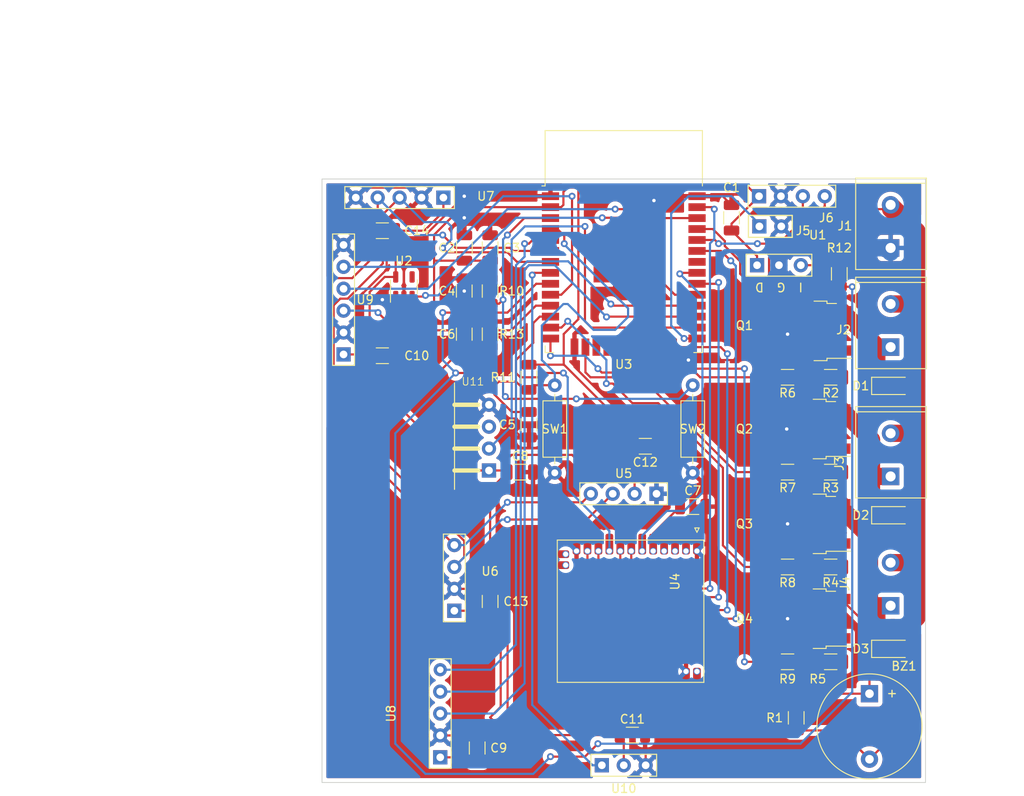
<source format=kicad_pcb>
(kicad_pcb (version 20211014) (generator pcbnew)
  (layers (0 "F.Cu" signal) (31 "B.Cu" signal) (34 "B.Paste" user) (35 "F.Paste" user) (36 "B.SilkS" user "B.Silkscreen") (37 "F.SilkS" user "F.Silkscreen") (38 "B.Mask" user) (39 "F.Mask" user) (44 "Edge.Cuts" user))
  (net 0 "")
  (net 1 "Net-(BZ1-Pad1)")
  (net 2 "+12V")
  (net 3 "Net-(D1-Pad1)")
  (net 4 "Net-(J5-Pad1)")
  (net 5 "GND")
  (net 6 "+3V3")
  (net 7 "Net-(J6-Pad3)")
  (net 8 "Net-(J6-Pad4)")
  (net 9 "PWR_CMD_SENSOR")
  (net 11 "+3.3VP")
  (net 12 "Net-(C4-Pad1)")
  (net 13 "SWITCH_SIG")
  (net 14 "GPS_PPS_CLOCK_REF")
  (net 15 "DISPLAY_SDA")
  (net 16 "DISPLAY_SCL")
  (net 17 "SOIL_AOUT")
  (net 18 "EXT_PWR_VOLT")
  (net 19 "MIC_LRCL")
  (net 20 "MIC_BCLK")
  (net 21 "LORA_NSS")
  (net 22 "PWR_CMD_PUMP")
  (net 23 "PWR_CMD_LED1")
  (net 24 "PWR_CMD_LED2")
  (net 31 "PWR_CMD_BUZZER")
  (net 32 "LORA_DIO0")
  (net 33 "DHT11HUMIDITY_DATA")
  (net 34 "Net-(U3-Pad27)")
  (net 35 "Net-(U3-Pad28)")
  (net 36 "LORA_SCK")
  (net 37 "LORA_MISO")
  (net 39 "LORA_RST")
  (net 40 "MIC_DOUT")
  (net 41 "LORA_MOSI")
  (net 43 "LORA_DIO5")
  (net 44 "LORA_DIO4")
  (net 45 "LORA_DIO1")
  (net 46 "LORA_DIO2")
  (net 47 "LORA_DIO3")
  (net 49 "Net-(D2-Pad1)")
  (net 50 "Net-(D3-Pad1)")
  (net 51 "Net-(Q1-Pad1)")
  (net 52 "Net-(Q2-Pad1)")
  (net 53 "Net-(Q3-Pad1)")
  (net 54 "Net-(Q4-Pad1)")
  (footprint "Resistor_SMD:R_1206_3216Metric" (layer "F.Cu") (at 159 56 180)
    (fp_text reference "R2")
    (fp_text value "10K")
  )
  (footprint "Capacitor_SMD:C_1206_3216Metric" (layer "F.Cu") (at 107 39 180)
    (fp_text reference "C14")
    (fp_text value "100nF")
  )
  (footprint "OPL_Connector:H4-2.54" (layer "F.Cu") (at 154.5 35 180)
    (fp_text reference "J6")
    (fp_text value "DIP-BLACK-MALE-HEADER-VERT_4P-2.54_")
  )
  (footprint "Resistor_SMD:R_1206_3216Metric" (layer "F.Cu") (at 154 78 180)
    (fp_text reference "R8")
    (fp_text value "10R")
  )
  (footprint "Buzzer_Beeper:Buzzer_12x9.5RM7.6" (layer "F.Cu") (at 163.5 92.7 -90)
    (fp_text reference "BZ1")
    (fp_text value "Buzzer")
  )
  (footprint "Resistor_SMD:R_1206_3216Metric" (layer "F.Cu") (at 119.5 51 90)
    (fp_text reference "R13")
    (fp_text value "100K")
  )
  (footprint "PlantSensor:Buck" (layer "F.Cu") (at 153 43 180)
    (fp_text reference "U1")
    (fp_text value "BuckConverter")
  )
  (footprint "Diode_SMD:D_SOD-123" (layer "F.Cu") (at 166 87.5)
    (fp_text reference "D3")
    (fp_text value "DIODE")
  )
  (footprint "Diode_SMD:D_SOD-123" (layer "F.Cu") (at 166 57)
    (fp_text reference "D1")
    (fp_text value "DIODE")
  )
  (footprint "Resistor_THT:R_Axial_DIN0207_L6.3mm_D2.5mm_P10.16mm_Horizontal" (layer "F.Cu") (at 127 67.08 90)
    (fp_text reference "SW1")
    (fp_text value "SW_Reed")
  )
  (footprint "Capacitor_SMD:C_1206_3216Metric" (layer "F.Cu") (at 147.5 37.5 90)
    (fp_text reference "C1")
    (fp_text value "10uF")
  )
  (footprint "Capacitor_SMD:C_1206_3216Metric" (layer "F.Cu") (at 137.5 64 180)
    (fp_text reference "C12")
    (fp_text value "100nF")
  )
  (footprint "Capacitor_SMD:C_1206_3216Metric" (layer "F.Cu") (at 118 99 90)
    (fp_text reference "C9")
    (fp_text value "100nF")
  )
  (footprint "OPL_Connector:H2-5.0-10.5X8.0MM" (layer "F.Cu") (at 166 65 90)
    (fp_text reference "J3")
    (fp_text value "SCREW-TERMINAL-GREEN_2P-5.0_")
  )
  (footprint "Capacitor_SMD:C_1206_3216Metric" (layer "F.Cu") (at 116.515 41 90)
    (fp_text reference "C2")
    (fp_text value "10uF")
  )
  (footprint "Capacitor_SMD:C_1206_3216Metric" (layer "F.Cu") (at 119.5 41 90)
    (fp_text reference "C3")
    (fp_text value "100nF")
  )
  (footprint "PlantSensor:BMP280Module" (layer "F.Cu") (at 115.35 79.27 -90)
    (fp_text reference "U6")
    (fp_text value "BMP280Module")
  )
  (footprint "Resistor_SMD:R_1206_3216Metric" (layer "F.Cu") (at 160 44 -90)
    (fp_text reference "R12")
    (fp_text value "1M")
  )
  (footprint "PlantSensor:Display" (layer "F.Cu") (at 134.9875 69.51)
    (fp_text reference "U5")
    (fp_text value "I2C_Display")
  )
  (footprint "Package_TO_SOT_SMD:TO-252-2" (layer "F.Cu") (at 156 62 180)
    (fp_text reference "Q2")
    (fp_text value "N-Channel_30-V_MOSFET")
  )
  (footprint "Resistor_SMD:R_1206_3216Metric" (layer "F.Cu") (at 154 56 180)
    (fp_text reference "R6")
    (fp_text value "10R")
  )
  (footprint "PlantSensor:GPS" (layer "F.Cu") (at 113.715 96.27 -90)
    (fp_text reference "U8")
    (fp_text value "GPS_NEO-M8N_module")
  )
  (footprint "Resistor_SMD:R_1206_3216Metric" (layer "F.Cu") (at 155 95.5 90)
    (fp_text reference "R1")
    (fp_text value "1K")
  )
  (footprint "Capacitor_SMD:C_1206_3216Metric" (layer "F.Cu") (at 123 67)
    (fp_text reference "C8")
    (fp_text value "100nF")
  )
  (footprint "Package_TO_SOT_SMD:TO-252-2" (layer "F.Cu") (at 156 84 180)
    (fp_text reference "Q4")
    (fp_text value "N-Channel_30-V_MOSFET")
  )
  (footprint "Package_TO_SOT_SMD:TO-252-2" (layer "F.Cu") (at 156 73 180)
    (fp_text reference "Q3")
    (fp_text value "N-Channel_30-V_MOSFET")
  )
  (footprint "Capacitor_SMD:C_1206_3216Metric" (layer "F.Cu") (at 124 61.5 -90)
    (fp_text reference "C5")
    (fp_text value "10uF")
  )
  (footprint "Resistor_SMD:R_1206_3216Metric" (layer "F.Cu") (at 159 89 180)
    (fp_text reference "R5")
    (fp_text value "10K")
  )
  (footprint "RF_Module:ESP32-WROOM-32" (layer "F.Cu") (at 135 43.25)
    (fp_text reference "U3")
    (fp_text value "ESP32-WROOM-32")
  )
  (footprint "Package_TO_SOT_SMD:TO-252-2" (layer "F.Cu") (at 156.1 50.62 180)
    (fp_text reference "Q1")
    (fp_text value "N-Channel_30-V_MOSFET")
  )
  (footprint "Resistor_THT:R_Axial_DIN0207_L6.3mm_D2.5mm_P10.16mm_Horizontal" (layer "F.Cu") (at 143 67.08 90)
    (fp_text reference "SW2")
    (fp_text value "SW_Reed")
  )
  (footprint "Capacitor_SMD:C_1206_3216Metric" (layer "F.Cu") (at 116.5 46 90)
    (fp_text reference "C4")
    (fp_text value "10uF")
  )
  (footprint "Capacitor_SMD:C_1206_3216Metric" (layer "F.Cu") (at 136 97.5)
    (fp_text reference "C11")
    (fp_text value "100nF")
  )
  (footprint "OPL_Sensor-Transducer:SNR4-2.54-15.5X12.0X5.5MM" (layer "F.Cu") (at 107.62002 63 180)
    (fp_text reference "U11")
    (fp_text value "TEM-HUM-DHT11_4P-15.5X12.0MM_")
  )
  (footprint "Resistor_SMD:R_1206_3216Metric" (layer "F.Cu") (at 119.5 46 -90)
    (fp_text reference "R10")
    (fp_text value "1K")
  )
  (footprint "PlantSensor:BH1750" (layer "F.Cu") (at 107.73 35.16)
    (fp_text reference "U7")
    (fp_text value "GY-302_BH1750")
  )
  (footprint "OPL_Connector:H2-5.0-10.5X8.0MM" (layer "F.Cu") (at 166 80 90)
    (fp_text reference "J4")
    (fp_text value "SCREW-TERMINAL-GREEN_2P-5.0_")
  )
  (footprint "OPL_Connector:H2-5.0-10.5X8.0MM" (layer "F.Cu") (at 166 50 90)
    (fp_text reference "J2")
    (fp_text value "SCREW-TERMINAL-GREEN_2P-5.0_")
  )
  (footprint "Capacitor_SMD:C_1206_3216Metric" (layer "F.Cu") (at 107 53.5)
    (fp_text reference "C10")
    (fp_text value "100nF")
  )
  (footprint "Capacitor_SMD:C_1206_3216Metric" (layer "F.Cu") (at 143 71)
    (fp_text reference "C7")
    (fp_text value "100nF")
  )
  (footprint "OPL_Connector:H3-2.54" (layer "F.Cu") (at 135 101 180)
    (fp_text reference "U10")
    (fp_text value "Capacitive_Soil_Moisture")
  )
  (footprint "PlantSensor:MicrophoneSPH0645" (layer "F.Cu") (at 102.5 47 -90)
    (fp_text reference "U9")
    (fp_text value "SPH0645Module")
  )
  (footprint "Package_TO_SOT_SMD:SOT-23-5" (layer "F.Cu") (at 109.5 45.5 90)
    (fp_text reference "U2")
    (fp_text value "MIC5219-3.3YM5")
  )
  (footprint "OPL_Connector:H2-5.0-10.5X8.0MM" (layer "F.Cu") (at 166 38.5 90)
    (fp_text reference "J1")
    (fp_text value "SCREW-TERMINAL-GREEN_2P-5.0_")
  )
  (footprint "Capacitor_SMD:C_1206_3216Metric" (layer "F.Cu") (at 116.5 51 90)
    (fp_text reference "C6")
    (fp_text value "10uF")
  )
  (footprint "Capacitor_SMD:C_1206_3216Metric" (layer "F.Cu") (at 119.5 82 90)
    (fp_text reference "C13")
    (fp_text value "100nF")
  )
  (footprint "Resistor_SMD:R_1206_3216Metric" (layer "F.Cu") (at 124 56 -90)
    (fp_text reference "R11")
    (fp_text value "1K")
  )
  (footprint "Diode_SMD:D_SOD-123" (layer "F.Cu") (at 166 72)
    (fp_text reference "D2")
    (fp_text value "DIODE")
  )
  (footprint "Resistor_SMD:R_1206_3216Metric" (layer "F.Cu") (at 159 67 180)
    (fp_text reference "R3")
    (fp_text value "10K")
  )
  (footprint "Resistor_SMD:R_1206_3216Metric" (layer "F.Cu") (at 154 67 180)
    (fp_text reference "R7")
    (fp_text value "10R")
  )
  (footprint "Resistor_SMD:R_1206_3216Metric" (layer "F.Cu") (at 154 89 180)
    (fp_text reference "R9")
    (fp_text value "10R")
  )
  (footprint "Misc RF:XL1278-SMT" (layer "F.Cu") (at 143.49 76.149 -90)
    (fp_text reference "U4")
    (fp_text value "XL1278-SMT")
  )
  (footprint "Resistor_SMD:R_1206_3216Metric" (layer "F.Cu") (at 159 78 180)
    (fp_text reference "R4")
    (fp_text value "10K")
  )
  (footprint "OPL_Connector:H2-2.54" (layer "F.Cu") (at 152 38.5)
    (fp_text reference "J5")
    (fp_text value "DIP-BLACK-MALE-HEADER-VERT_2P-2.54_")
  )
  (gr_rect (start 100 33) (end 170 103) (layer "Edge.Cuts") (width 0.1) (fill none))
  (segment (start 158.8 92.7) (end 158.5 93) (width 0.25) (layer "F.Cu") (net 1))
  (segment (start 163.5 92.7) (end 163.5 90) (width 0.25) (layer "F.Cu") (net 1))
  (segment (start 155 94.0375) (end 157.4625 94.0375) (width 0.25) (layer "F.Cu") (net 1))
  (segment (start 163.5 90) (end 163 89.5) (width 0.25) (layer "F.Cu") (net 1))
  (segment (start 157.4625 94.0375) (end 158.5 93) (width 0.25) (layer "F.Cu") (net 1))
  (segment (start 163.5 92.7) (end 158.8 92.7) (width 0.25) (layer "F.Cu") (net 1))
  (segment (start 163 84.52) (end 160.2 81.72) (width 0.25) (layer "F.Cu") (net 1))
  (segment (start 163 89.5) (end 163 84.52) (width 0.25) (layer "F.Cu") (net 1))
  (segment (start 168 47.5) (end 168 40) (width 0.25) (layer "F.Cu") (net 2))
  (segment (start 168 95.8) (end 168 94.8) (width 0.25) (layer "F.Cu") (net 2))
  (segment (start 168 94.8) (end 168 69.5) (width 0.25) (layer "F.Cu") (net 2))
  (segment (start 162 36.5) (end 160 38.5) (width 0.25) (layer "F.Cu") (net 2))
  (segment (start 163 99.8) (end 160.1625 96.9625) (width 0.25) (layer "F.Cu") (net 2))
  (segment (start 169 63) (end 169 72) (width 2) (layer "F.Cu") (net 2))
  (segment (start 167.65 85.231022) (end 167.65 87.5) (width 2) (layer "F.Cu") (net 2))
  (segment (start 165.95 77.5) (end 169 77.5) (width 2) (layer "F.Cu") (net 2))
  (segment (start 167.65 72) (end 169 72) (width 2) (layer "F.Cu") (net 2))
  (segment (start 163.5 100.3) (end 168 95.8) (width 0.25) (layer "F.Cu") (net 2))
  (segment (start 167.65 57) (end 169 57) (width 2) (layer "F.Cu") (net 2))
  (segment (start 165.95 36.5) (end 162 36.5) (width 0.25) (layer "F.Cu") (net 2))
  (segment (start 169 77.5) (end 169 83.881022) (width 2) (layer "F.Cu") (net 2))
  (segment (start 160 42.5375) (end 158.4625 42.5375) (width 0.25) (layer "F.Cu") (net 2))
  (segment (start 168.5 47.5) (end 169 47) (width 2) (layer "F.Cu") (net 2))
  (segment (start 169 72) (end 169 77.5) (width 2) (layer "F.Cu") (net 2))
  (segment (start 168.5 62.5) (end 169 63) (width 2) (layer "F.Cu") (net 2))
  (segment (start 169 47) (end 169 57) (width 2) (layer "F.Cu") (net 2))
  (segment (start 168 69.5) (end 168 58.5) (width 0.25) (layer "F.Cu") (net 2))
  (segment (start 158.4625 42.5375) (end 158 43) (width 0.25) (layer "F.Cu") (net 2))
  (segment (start 165.95 37.95) (end 165.95 36.5) (width 0.25) (layer "F.Cu") (net 2))
  (segment (start 165.95 47.5) (end 168.5 47.5) (width 2) (layer "F.Cu") (net 2))
  (segment (start 168 40) (end 165.95 37.95) (width 0.25) (layer "F.Cu") (net 2))
  (segment (start 158 43) (end 155.54 43) (width 0.25) (layer "F.Cu") (net 2))
  (segment (start 168 58.5) (end 168 47.5) (width 0.25) (layer "F.Cu") (net 2))
  (segment (start 160.1625 96.9625) (end 155 96.9625) (width 0.25) (layer "F.Cu") (net 2))
  (segment (start 169 39.05) (end 169 39.55) (width 2) (layer "F.Cu") (net 2))
  (segment (start 169 39.55) (end 169 47) (width 2) (layer "F.Cu") (net 2))
  (segment (start 169 57) (end 169 63) (width 2) (layer "F.Cu") (net 2))
  (segment (start 165.95 36) (end 169 39.05) (width 2) (layer "F.Cu") (net 2))
  (segment (start 165.95 47.5) (end 168 47.5) (width 0.25) (layer "F.Cu") (net 2))
  (segment (start 169 83.881022) (end 167.65 85.231022) (width 2) (layer "F.Cu") (net 2))
  (segment (start 165.95 62.5) (end 168.5 62.5) (width 2) (layer "F.Cu") (net 2))
  (segment (start 163.5 100.3) (end 160.1625 96.9625) (width 0.25) (layer "F.Cu") (net 2))
  (segment (start 160 38.5) (end 160 42.5375) (width 0.25) (layer "F.Cu") (net 2))
  (segment (start 165.95 36.5) (end 169 39.55) (width 2) (layer "F.Cu") (net 2))
  (segment (start 164.35 52.61) (end 164.46 52.5) (width 2) (layer "F.Cu") (net 3))
  (segment (start 165.95 52.5) (end 164.46 52.5) (width 2) (layer "F.Cu") (net 3))
  (segment (start 164.46 52.5) (end 160.3 48.34) (width 2) (layer "F.Cu") (net 3))
  (segment (start 164.35 57) (end 164.35 52.61) (width 2) (layer "F.Cu") (net 3))
  (segment (start 143.495 51.5) (end 143.5 51.505) (width 0.25) (layer "F.Cu") (net 4))
  (segment (start 142 51.5) (end 143.495 51.5) (width 0.25) (layer "F.Cu") (net 4))
  (via (at 142 51.5) (size 0.8) (drill 0.4) (layers "F.Cu" "B.Cu") (net 4))
  (segment (start 150.73 38) (end 150.5 38) (width 0.25) (layer "B.Cu") (net 4))
  (segment (start 142.5 35) (end 140.5 37) (width 0.25) (layer "B.Cu") (net 4))
  (segment (start 147.5 35) (end 142.5 35) (width 0.25) (layer "B.Cu") (net 4))
  (segment (start 140.5 50) (end 142 51.5) (width 0.25) (layer "B.Cu") (net 4))
  (segment (start 147.5 35) (end 150.5 38) (width 0.25) (layer "B.Cu") (net 4))
  (segment (start 140.5 37) (end 140.5 50) (width 0.25) (layer "B.Cu") (net 4))
  (segment (start 105.08 34) (end 110.5 34) (width 0.25) (layer "F.Cu") (net 5))
  (segment (start 119.4875 49.525) (end 119.5 49.5375) (width 0.25) (layer "F.Cu") (net 5))
  (segment (start 123.15252 62.975) (end 124 62.975) (width 0.25) (layer "F.Cu") (net 5))
  (segment (start 129.285 52.505) (end 129.285 54.785) (width 0.25) (layer "F.Cu") (net 5))
  (segment (start 115.35 80.54) (end 119.485 80.54) (width 0.25) (layer "F.Cu") (net 5))
  (segment (start 138.7975 69.51) (end 138.7975 64.1775) (width 0.25) (layer "F.Cu") (net 5))
  (segment (start 103.92 35.16) (end 105.08 34) (width 0.25) (layer "F.Cu") (net 5))
  (segment (start 149.5 47.5) (end 151 46) (width 0.25) (layer "F.Cu") (net 5))
  (segment (start 149.5 52.5) (end 149.5 47.5) (width 0.25) (layer "F.Cu") (net 5))
  (segment (start 143.5 34.995) (end 139.005 34.995) (width 0.25) (layer "F.Cu") (net 5))
  (segment (start 154.5 45) (end 154.5 44.5) (width 0.25) (layer "F.Cu") (net 5))
  (segment (start 110.5 34.12) (end 111.54 35.16) (width 0.25) (layer "F.Cu") (net 5))
  (segment (start 105.525 36.765) (end 105.525 39) (width 0.25) (layer "F.Cu") (net 5))
  (segment (start 104.15 39) (end 102.5 40.65) (width 0.25) (layer "F.Cu") (net 5))
  (segment (start 109.5 42) (end 109.5 46.6375) (width 0.25) (layer "F.Cu") (net 5))
  (segment (start 110.5 34) (end 110.5 34.12) (width 0.25) (layer "F.Cu") (net 5))
  (segment (start 119.485 80.54) (end 119.5 80.525) (width 0.25) (layer "F.Cu") (net 5))
  (segment (start 116.5 44.525) (end 116.5 46) (width 0.25) (layer "F.Cu") (net 5))
  (segment (start 154.5 44.5) (end 153 43) (width 0.25) (layer "F.Cu") (net 5))
  (segment (start 118 97.525) (end 117.985 97.54) (width 0.25) (layer "F.Cu") (net 5))
  (segment (start 135.5 61) (end 139 61) (width 0.25) (layer "F.Cu") (net 5))
  (segment (start 116.5 49.525) (end 119.4875 49.525) (width 0.25) (layer "F.Cu") (net 5))
  (segment (start 142.5 54) (end 148 54) (width 0.25) (layer "F.Cu") (net 5))
  (segment (start 139.005 34.995) (end 138.5 35.5) (width 0.25) (layer "F.Cu") (net 5))
  (segment (start 126.5 34.995) (end 117.995 34.995) (width 0.25) (layer "F.Cu") (net 5))
  (segment (start 157.5375 87.6375) (end 153.9 84) (width 0.25) (layer "F.Cu") (net 5))
  (segment (start 117 34.5) (end 109.5 42) (width 0.25) (layer "F.Cu") (net 5))
  (segment (start 148 54) (end 149.5 52.5) (width 0.25) (layer "F.Cu") (net 5))
  (segment (start 153.5 46) (end 154.5 45) (width 0.25) (layer "F.Cu") (net 5))
  (segment (start 129.285 54.785) (end 135.5 61) (width 0.25) (layer "F.Cu") (net 5))
  (segment (start 115 51) (end 121 51) (width 0.25) (layer "F.Cu") (net 5))
  (segment (start 107.5 38.187507) (end 108.187507 37.5) (width 0.25) (layer "F.Cu") (net 5))
  (segment (start 117.5 34.5) (end 117 34.5) (width 0.25) (layer "F.Cu") (net 5))
  (segment (start 151 46) (end 153.5 46) (width 0.25) (layer "F.Cu") (net 5))
  (segment (start 112.5 53.5) (end 115 51) (width 0.25) (layer "F.Cu") (net 5))
  (segment (start 104.5 46.5) (end 107.5 43.5) (width 0.25) (layer "F.Cu") (net 5))
  (segment (start 139 61) (end 144 66) (width 0.25) (layer "F.Cu") (net 5))
  (segment (start 117.995 34.995) (end 117.5 34.5) (width 0.25) (layer "F.Cu") (net 5))
  (segment (start 144 66) (end 144 66.08) (width 0.25) (layer "F.Cu") (net 5))
  (segment (start 122 52.5) (end 121.5 53) (width 0.25) (layer "F.Cu") (net 5))
  (segment (start 137.54 101) (end 137.54 97.565) (width 0.25) (layer "F.Cu") (net 5))
  (segment (start 108.475 53.5) (end 112.5 53.5) (width 0.25) (layer "F.Cu") (net 5))
  (segment (start 103.92 35.16) (end 105.525 36.765) (width 0.25) (layer "F.Cu") (net 5))
  (segment (start 117.985 97.54) (end 113.715 97.54) (width 0.25) (layer "F.Cu") (net 5))
  (segment (start 146.47 34.995) (end 143.5 34.995) (width 0.25) (layer "F.Cu") (net 5))
  (segment (start 116.515 39.525) (end 116.515 37.515) (width 0.25) (layer "F.Cu") (net 5))
  (segment (start 116.515 37.515) (end 116.5 37.5) (width 0.25) (layer "F.Cu") (net 5))
  (segment (start 119.36752 59.19) (end 123.15252 62.975) (width 0.25) (layer "F.Cu") (net 5))
  (segment (start 121 51) (end 122 52) (width 0.25) (layer "F.Cu") (net 5))
  (segment (start 122 52) (end 122 52.5) (width 0.25) (layer "F.Cu") (net 5))
  (segment (start 144 66.08) (end 143 67.08) (width 0.25) (layer "F.Cu") (net 5))
  (segment (start 137.54 97.565) (end 137.475 97.5) (width 0.25) (layer "F.Cu") (net 5))
  (segment (start 109.2 37.5) (end 111.54 35.16) (width 0.25) (layer "F.Cu") (net 5))
  (segment (start 102.5 50.81) (end 104.5 48.81) (width 0.25) (layer "F.Cu") (net 5))
  (segment (start 108.187507 37.5) (end 109.2 37.5) (width 0.25) (layer "F.Cu") (net 5))
  (segment (start 157.5375 89) (end 157.5375 87.6375) (width 0.25) (layer "F.Cu") (net 5))
  (segment (start 147.5 36.025) (end 146.47 34.995) (width 0.25) (layer "F.Cu") (net 5))
  (segment (start 105.525 39) (end 104.15 39) (width 0.25) (layer "F.Cu") (net 5))
  (segment (start 138.7975 64.1775) (end 138.975 64) (width 0.25) (layer "F.Cu") (net 5))
  (segment (start 104.5 48.81) (end 104.5 46.5) (width 0.25) (layer "F.Cu") (net 5))
  (segment (start 107.5 43.5) (end 107.5 38.187507) (width 0.25) (layer "F.Cu") (net 5))
  (via (at 116.5 35) (size 0.8) (drill 0.4) (layers "F.Cu" "B.Cu") (net 5))
  (via (at 138.5 35.5) (size 0.8) (drill 0.4) (layers "F.Cu" "B.Cu") (net 5))
  (via (at 154 84) (size 0.8) (drill 0.4) (layers "F.Cu" "B.Cu") (net 5))
  (via (at 153.9 62) (size 0.8) (drill 0.4) (layers "F.Cu" "B.Cu") (net 5))
  (via (at 154 51) (size 0.8) (drill 0.4) (layers "F.Cu" "B.Cu") (net 5))
  (via (at 107 47) (size 0.8) (drill 0.4) (layers "F.Cu" "B.Cu") (net 5))
  (via (at 116.5 37.5) (size 0.8) (drill 0.4) (layers "F.Cu" "B.Cu") (net 5))
  (via (at 116.5 46) (size 0.8) (drill 0.4) (layers "F.Cu" "B.Cu") (net 5))
  (via (at 154 73) (size 0.8) (drill 0.4) (layers "F.Cu" "B.Cu") (net 5))
  (via (at 142.5 54) (size 0.8) (drill 0.4) (layers "F.Cu" "B.Cu") (net 5))
  (segment (start 116.5 46) (end 115 47.5) (width 0.25) (layer "B.Cu") (net 5))
  (segment (start 107.5 47.5) (end 107 47) (width 0.25) (layer "B.Cu") (net 5))
  (segment (start 154 73) (end 154 84) (width 2) (layer "B.Cu") (net 5))
  (segment (start 115 47.5) (end 113 47.5) (width 0.25) (layer "B.Cu") (net 5))
  (segment (start 138.5 35.5) (end 138.5 50.5) (width 0.25) (layer "B.Cu") (net 5))
  (segment (start 140.57 69.51) (end 143 67.08) (width 0.25) (layer "B.Cu") (net 5))
  (segment (start 153.9 72.9) (end 154 73) (width 2) (layer "B.Cu") (net 5))
  (segment (start 153 43) (end 153 50) (width 2) (layer "B.Cu") (net 5))
  (segment (start 138.5 50.5) (end 142 54) (width 0.25) (layer "B.Cu") (net 5))
  (segment (start 113 47.5) (end 107.5 47.5) (width 0.25) (layer "B.Cu") (net 5))
  (segment (start 165.424989 40.974989) (end 153.025011 40.974989) (width 2) (layer "B.Cu") (net 5))
  (segment (start 138.7975 69.51) (end 140.57 69.51) (width 0.25) (layer "B.Cu") (net 5))
  (segment (start 154 51) (end 154 61.9) (width 2) (layer "B.Cu") (net 5))
  (segment (start 142 54) (end 142.5 54) (width 0.25) (layer "B.Cu") (net 5))
  (segment (start 165.95 41.5) (end 165.424989 40.974989) (width 2) (layer "B.Cu") (net 5))
  (segment (start 116.5 37.5) (end 116.5 35) (width 0.25) (layer "B.Cu") (net 5))
  (segment (start 153 41) (end 153 43) (width 2) (layer "B.Cu") (net 5))
  (segment (start 153.9 62) (end 153.9 72.9) (width 2) (layer "B.Cu") (net 5))
  (segment (start 153 50) (end 154 51) (width 2) (layer "B.Cu") (net 5))
  (segment (start 153.025011 40.974989) (end 153 41) (width 2) (layer "B.Cu") (net 5))
  (segment (start 154 61.9) (end 153.9 62) (width 2) (layer "B.Cu") (net 5))
  (segment (start 141.525 71) (end 138.41 74.115) (width 0.25) (layer "F.Cu") (net 6))
  (segment (start 116.2104 36.265) (end 126.5 36.265) (width 0.25) (layer "F.Cu") (net 6))
  (segment (start 112 49) (end 113 48) (width 0.25) (layer "F.Cu") (net 6))
  (segment (start 128.0375 54.5375) (end 128.0621 54.5375) (width 0.25) (layer "F.Cu") (net 6))
  (segment (start 139.525 62.160704) (end 141.525 64.160704) (width 0.25) (layer "F.Cu") (net 6))
  (segment (start 113 48) (end 113 39.4754) (width 0.25) (layer "F.Cu") (net 6))
  (segment (start 129.735 34.235) (end 129.735 49.265) (width 0.25) (layer "F.Cu") (net 6))
  (segment (start 128 34.5) (end 128.5 34) (width 0.25) (layer "F.Cu") (net 6))
  (segment (start 109.5 49) (end 112 49) (width 0.25) (layer "F.Cu") (net 6))
  (segment (start 113 39.4754) (end 116.2104 36.265) (width 0.25) (layer "F.Cu") (net 6))
  (segment (start 129.5 34) (end 130 34) (width 0.25) (layer "F.Cu") (net 6))
  (segment (start 129.735 34.235) (end 129.97 34) (width 0.25) (layer "F.Cu") (net 6))
  (segment (start 108.55 46.6375) (end 108.55 48.05) (width 0.25) (layer "F.Cu") (net 6))
  (segment (start 128.5 34) (end 129.5 34) (width 0.25) (layer "F.Cu") (net 6))
  (segment (start 126.5 36.265) (end 127.735 36.265) (width 0.25) (layer "F.Cu") (net 6))
  (segment (start 129.224501 49.775499) (end 129.224501 49.800099) (width 0.25) (layer "F.Cu") (net 6))
  (segment (start 147.5 38.19) (end 147.5 38.975) (width 0.25) (layer "F.Cu") (net 6))
  (segment (start 129.5 34) (end 129.735 34.235) (width 0.25) (layer "F.Cu") (net 6))
  (segment (start 128.0375 54.5375) (end 124 54.5375) (width 0.25) (layer "F.Cu") (net 6))
  (segment (start 150.69 35) (end 150.5 35) (width 0.25) (layer "F.Cu") (net 6))
  (segment (start 127.735 36.265) (end 128 36) (width 0.25) (layer "F.Cu") (net 6))
  (segment (start 119.5 42.475) (end 119.5 44.5375) (width 0.25) (layer "F.Cu") (net 6))
  (segment (start 150.46 43) (end 150.46 41.935) (width 0.25) (layer "F.Cu") (net 6))
  (segment (start 130 34) (end 149.5 34) (width 0.25) (layer "F.Cu") (net 6))
  (segment (start 150.69 35) (end 147.5 38.19) (width 0.25) (layer "F.Cu") (net 6))
  (segment (start 138.41 74.115) (end 138.41 75.349) (width 0.25) (layer "F.Cu") (net 6))
  (segment (start 128.0375 50.9871) (end 128.0375 54.5375) (width 0.25) (layer "F.Cu") (net 6))
  (segment (start 150.46 41.935) (end 147.5 38.975) (width 0.25) (layer "F.Cu") (net 6))
  (segment (start 113.025 42.475) (end 119.5 42.475) (width 0.25) (layer "F.Cu") (net 6))
  (segment (start 141.525 64.160704) (end 141.525 71) (width 0.25) (layer "F.Cu") (net 6))
  (segment (start 128 36) (end 128 34.5) (width 0.25) (layer "F.Cu") (net 6))
  (segment (start 129.224501 49.800099) (end 128.0375 50.9871) (width 0.25) (layer "F.Cu") (net 6))
  (segment (start 128.0621 54.5375) (end 135.685304 62.160704) (width 0.25) (layer "F.Cu") (net 6))
  (segment (start 129.735 49.265) (end 129.224501 49.775499) (width 0.25) (layer "F.Cu") (net 6))
  (segment (start 150.5 35) (end 149.5 34) (width 0.25) (layer "F.Cu") (net 6))
  (segment (start 108.55 48.05) (end 109.5 49) (width 0.25) (layer "F.Cu") (net 6))
  (segment (start 135.685304 62.160704) (end 139.525 62.160704) (width 0.25) (layer "F.Cu") (net 6))
  (segment (start 155.77 35) (end 155.77 37.73) (width 0.25) (layer "F.Cu") (net 7))
  (segment (start 155.77 37.73) (end 153 40.5) (width 0.25) (layer "F.Cu") (net 7))
  (segment (start 146 40.5) (end 145.575 40.075) (width 0.25) (layer "F.Cu") (net 7))
  (segment (start 145.575 40.075) (end 143.5 40.075) (width 0.25) (layer "F.Cu") (net 7))
  (segment (start 153 40.5) (end 150.5 40.5) (width 0.25) (layer "F.Cu") (net 7))
  (via (at 150.5 40.5) (size 0.8) (drill 0.4) (layers "F.Cu" "B.Cu") (net 7))
  (via (at 146 40.5) (size 0.8) (drill 0.4) (layers "F.Cu" "B.Cu") (net 7))
  (segment (start 150.5 40.5) (end 146 40.5) (width 0.25) (layer "B.Cu") (net 7))
  (segment (start 151.849989 42.150011) (end 153.05049 40.94951) (width 0.25) (layer "F.Cu") (net 8))
  (segment (start 143.5 38.805) (end 145.3296 38.805) (width 0.25) (layer "F.Cu") (net 8))
  (segment (start 146.724501 40.779501) (end 148.5 42.555) (width 0.25) (layer "F.Cu") (net 8))
  (segment (start 148.5 44) (end 149.5 45) (width 0.25) (layer "F.Cu") (net 8))
  (segment (start 153.527923 40.94951) (end 158.31 36.167433) (width 0.25) (layer "F.Cu") (net 8))
  (segment (start 149.5 45) (end 151.5 45) (width 0.25) (layer "F.Cu") (net 8))
  (segment (start 148.5 42.555) (end 148.5 44) (width 0.25) (layer "F.Cu") (net 8))
  (segment (start 153.05049 40.94951) (end 153.527923 40.94951) (width 0.25) (layer "F.Cu") (net 8))
  (segment (start 151.5 45) (end 151.849989 44.650011) (width 0.25) (layer "F.Cu") (net 8))
  (segment (start 145.3296 38.805) (end 146.724501 40.199901) (width 0.25) (layer "F.Cu") (net 8))
  (segment (start 158.31 36.167433) (end 158.31 35) (width 0.25) (layer "F.Cu") (net 8))
  (segment (start 151.849989 44.650011) (end 151.849989 42.150011) (width 0.25) (layer "F.Cu") (net 8))
  (segment (start 146.724501 40.199901) (end 146.724501 40.779501) (width 0.25) (layer "F.Cu") (net 8))
  (segment (start 138 43.5) (end 140.925 46.425) (width 0.25) (layer "F.Cu") (net 9))
  (segment (start 110.45 46.6375) (end 111.8625 46.6375) (width 0.25) (layer "F.Cu") (net 9))
  (segment (start 140.925 46.425) (end 143.5 46.425) (width 0.25) (layer "F.Cu") (net 9))
  (segment (start 132.5 37.5) (end 135.5 37.5) (width 0.25) (layer "F.Cu") (net 9))
  (segment (start 111.8625 46.6375) (end 112 46.5) (width 0.25) (layer "F.Cu") (net 9))
  (segment (start 138 40) (end 138 43.5) (width 0.25) (layer "F.Cu") (net 9))
  (segment (start 135.5 37.5) (end 138 40) (width 0.25) (layer "F.Cu") (net 9))
  (via (at 132.5 37.5) (size 0.8) (drill 0.4) (layers "F.Cu" "B.Cu") (net 9))
  (via (at 112 46.5) (size 0.8) (drill 0.4) (layers "F.Cu" "B.Cu") (net 9))
  (segment (start 112 46.5) (end 113.4754 46.5) (width 0.25) (layer "B.Cu") (net 9))
  (segment (start 113.4754 46.5) (end 121.199901 38.775499) (width 0.25) (layer "B.Cu") (net 9))
  (segment (start 121.224501 38.775499) (end 122.5 37.5) (width 0.25) (layer "B.Cu") (net 9))
  (segment (start 122.5 37.5) (end 132.5 37.5) (width 0.25) (layer "B.Cu") (net 9))
  (segment (start 121.199901 38.775499) (end 121.224501 38.775499) (width 0.25) (layer "B.Cu") (net 9))
  (segment (start 105.525 53.5) (end 105.375 53.35) (width 0.25) (layer "F.Cu") (net 11))
  (segment (start 135 97.975) (end 134.525 97.5) (width 0.25) (layer "F.Cu") (net 11))
  (segment (start 105.375 53.35) (end 102.5 53.35) (width 0.25) (layer "F.Cu") (net 11))
  (segment (start 130.2425 66.2425) (end 129 65) (width 0.25) (layer "F.Cu") (net 11))
  (segment (start 114.08 35.16) (end 114.08 36.784296) (width 0.25) (layer "F.Cu") (net 11))
  (segment (start 136.2575 66.2425) (end 136.2575 64.2325) (width 0.25) (layer "F.Cu") (net 11))
  (segment (start 119.105 83.08) (end 115.35 83.08) (width 0.25) (layer "F.Cu") (net 11))
  (segment (start 116.31 66.81) (end 119.36752 66.81) (width 0.25) (layer "F.Cu") (net 11))
  (segment (start 136.2575 69.51) (end 136.2575 66.2425) (width 0.25) (layer "F.Cu") (net 11))
  (segment (start 136.2575 66.2425) (end 130.2425 66.2425) (width 0.25) (layer "F.Cu") (net 11))
  (segment (start 108.55 39.075) (end 108.475 39) (width 0.25) (layer "F.Cu") (net 11))
  (segment (start 112.95 56.025) (end 105.525 56.025) (width 0.25) (layer "F.Cu") (net 11))
  (segment (start 120.72452 94.22548) (end 120.72452 79.962027) (width 0.25) (layer "F.Cu") (net 11))
  (segment (start 118.025 100.5) (end 118 100.475) (width 0.25) (layer "F.Cu") (net 11))
  (segment (start 134.525 97.5) (end 121.55 97.5) (width 0.25) (layer "F.Cu") (net 11))
  (segment (start 116.5 52.475) (end 112.95 56.025) (width 0.25) (layer "F.Cu") (net 11))
  (segment (start 119.5 83.475) (end 121.475 83.475) (width 0.25) (layer "F.Cu") (net 11))
  (segment (start 105.525 46.110704) (end 105.525 53.5) (width 0.25) (layer "F.Cu") (net 11))
  (segment (start 120.775499 82.775499) (end 121.525 83.525) (width 0.25) (layer "F.Cu") (net 11))
  (segment (start 108.55 44.3625) (end 107.273204 44.3625) (width 0.25) (layer "F.Cu") (net 11))
  (segment (start 121.5 65.5) (end 121.5 66.975) (width 0.25) (layer "F.Cu") (net 11))
  (segment (start 105.525 56.025) (end 116.31 66.81) (width 0.25) (layer "F.Cu") (net 11))
  (segment (start 121.335 66.81) (end 121.525 67) (width 0.25) (layer "F.Cu") (net 11))
  (segment (start 119.5 95.45) (end 120.72452 94.22548) (width 0.25) (layer "F.Cu") (net 11))
  (segment (start 122 65) (end 121.5 65.5) (width 0.25) (layer "F.Cu") (net 11))
  (segment (start 121.525 98.975) (end 120 100.5) (width 0.25) (layer "F.Cu") (net 11))
  (segment (start 117.605 100.08) (end 113.715 100.08) (width 0.25) (layer "F.Cu") (net 11))
  (segment (start 121.525 97.525) (end 121.525 98.975) (width 0.25) (layer "F.Cu") (net 11))
  (segment (start 108.55 44.3625) (end 108.55 39.075) (width 0.25) (layer "F.Cu") (net 11))
  (segment (start 118 100.475) (end 117.605 100.08) (width 0.25) (layer "F.Cu") (net 11))
  (segment (start 120 100.5) (end 118.025 100.5) (width 0.25) (layer "F.Cu") (net 11))
  (segment (start 119.36752 66.81) (end 121.335 66.81) (width 0.25) (layer "F.Cu") (net 11))
  (segment (start 111.864296 39) (end 108.475 39) (width 0.25) (layer "F.Cu") (net 11))
  (segment (start 136.2575 64.2325) (end 136.025 64) (width 0.25) (layer "F.Cu") (net 11))
  (segment (start 121.525 83.525) (end 121.525 97.525) (width 0.25) (layer "F.Cu") (net 11))
  (segment (start 119.5 78.737507) (end 119.5 69.025) (width 0.25) (layer "F.Cu") (net 11))
  (segment (start 120.72452 79.962027) (end 119.5 78.737507) (width 0.25) (layer "F.Cu") (net 11))
  (segment (start 119.5 83.475) (end 119.105 83.08) (width 0.25) (layer "F.Cu") (net 11))
  (segment (start 135 101) (end 135 97.975) (width 0.25) (layer "F.Cu") (net 11))
  (segment (start 129 65) (end 122 65) (width 0.25) (layer "F.Cu") (net 11))
  (segment (start 121.55 97.5) (end 119.5 95.45) (width 0.25) (layer "F.Cu") (net 11))
  (segment (start 121.55 97.5) (end 121.525 97.525) (width 0.25) (layer "F.Cu") (net 11))
  (segment (start 105.525 53.5) (end 105.525 56.025) (width 0.25) (layer "F.Cu") (net 11))
  (segment (start 107.273204 44.3625) (end 105.525 46.110704) (width 0.25) (layer "F.Cu") (net 11))
  (segment (start 114.08 36.784296) (end 111.864296 39) (width 0.25) (layer "F.Cu") (net 11))
  (segment (start 119.5 69.025) (end 121.525 67) (width 0.25) (layer "F.Cu") (net 11))
  (segment (start 120.5375 47.4625) (end 121 47) (width 0.25) (layer "F.Cu") (net 12))
  (segment (start 119.4875 47.475) (end 119.5 47.4625) (width 0.25) (layer "F.Cu") (net 12))
  (segment (start 121.5 39.5) (end 123.465 37.535) (width 0.25) (layer "F.Cu") (net 12))
  (segment (start 129.5 58.5) (end 121.524598 58.5) (width 0.25) (layer "F.Cu") (net 12))
  (segment (start 123.465 37.535) (end 126.5 37.535) (width 0.25) (layer "F.Cu") (net 12))
  (segment (start 116.5 47.475) (end 119.4875 47.475) (width 0.25) (layer "F.Cu") (net 12))
  (segment (start 121.524598 58.5) (end 121.262299 58.237701) (width 0.25) (layer "F.Cu") (net 12))
  (segment (start 119.5 47.4625) (end 120.5375 47.4625) (width 0.25) (layer "F.Cu") (net 12))
  (via (at 121.262299 58.237701) (size 0.8) (drill 0.4) (layers "F.Cu" "B.Cu") (net 12))
  (via (at 121 47) (size 0.8) (drill 0.4) (layers "F.Cu" "B.Cu") (net 12))
  (via (at 129.5 58.5) (size 0.8) (drill 0.4) (layers "F.Cu" "B.Cu") (net 12))
  (via (at 121.5 39.5) (size 0.8) (drill 0.4) (layers "F.Cu" "B.Cu") (net 12))
  (segment (start 129.5 58.5) (end 141.42 58.5) (width 0.25) (layer "B.Cu") (net 12))
  (segment (start 141.42 58.5) (end 143 56.92) (width 0.25) (layer "B.Cu") (net 12))
  (segment (start 121 57.975402) (end 121.262299 58.237701) (width 0.25) (layer "B.Cu") (net 12))
  (segment (start 121 47) (end 121 40) (width 0.25) (layer "B.Cu") (net 12))
  (segment (start 121 47) (end 121 57.975402) (width 0.25) (layer "B.Cu") (net 12))
  (segment (start 121 40) (end 121.5 39.5) (width 0.25) (layer "B.Cu") (net 12))
  (segment (start 122.025 60.025) (end 120 58) (width 0.25) (layer "F.Cu") (net 13))
  (segment (start 127.305 38.805) (end 128.099502 39.599502) (width 0.25) (layer "F.Cu") (net 13))
  (segment (start 123.4625 57.4625) (end 124 57.4625) (width 0.25) (layer "F.Cu") (net 13))
  (segment (start 124 57.4625) (end 124.5425 56.92) (width 0.25) (layer "F.Cu") (net 13))
  (segment (start 120.5 56.5) (end 122.5 56.5) (width 0.25) (layer "F.Cu") (net 13))
  (segment (start 124 60.025) (end 122.025 60.025) (width 0.25) (layer "F.Cu") (net 13))
  (segment (start 124.5425 56.92) (end 127 56.92) (width 0.25) (layer "F.Cu") (net 13))
  (segment (start 120 57) (end 120.5 56.5) (width 0.25) (layer "F.Cu") (net 13))
  (segment (start 122.5 56.5) (end 123.4625 57.4625) (width 0.25) (layer "F.Cu") (net 13))
  (segment (start 128.099502 39.599502) (end 128.099502 40.5) (width 0.25) (layer "F.Cu") (net 13))
  (segment (start 120 58) (end 120 57) (width 0.25) (layer "F.Cu") (net 13))
  (segment (start 126.5 38.805) (end 127.305 38.805) (width 0.25) (layer "F.Cu") (net 13))
  (via (at 128.099502 40.5) (size 0.8) (drill 0.4) (layers "F.Cu" "B.Cu") (net 13))
  (segment (start 125.5 50) (end 128 47.5) (width 0.25) (layer "B.Cu") (net 13))
  (segment (start 131.5 50.5) (end 134 50.5) (width 0.25) (layer "B.Cu") (net 13))
  (segment (start 134 50.5) (end 135.5 49) (width 0.25) (layer "B.Cu") (net 13))
  (segment (start 128 40.5) (end 128.099502 40.5) (width 0.25) (layer "B.Cu") (net 13))
  (segment (start 127 55.5) (end 125.5 54) (width 0.25) (layer "B.Cu") (net 13))
  (segment (start 128 47.5) (end 128.5 47.5) (width 0.25) (layer "B.Cu") (net 13))
  (segment (start 127 56.92) (end 127 55.5) (width 0.25) (layer "B.Cu") (net 13))
  (segment (start 125.5 54) (end 125.5 50) (width 0.25) (layer "B.Cu") (net 13))
  (segment (start 128.5 47.5) (end 131.5 50.5) (width 0.25) (layer "B.Cu") (net 13))
  (segment (start 135.5 49) (end 135.5 48) (width 0.25) (layer "B.Cu") (net 13))
  (segment (start 135.5 48) (end 128 40.5) (width 0.25) (layer "B.Cu") (net 13))
  (segment (start 124 40.5) (end 123.5 40.5) (width 0.25) (layer "F.Cu") (net 14))
  (segment (start 126.5 40.075) (end 124.425 40.075) (width 0.25) (layer "F.Cu") (net 14))
  (segment (start 124.425 40.075) (end 124 40.5) (width 0.25) (layer "F.Cu") (net 14))
  (via (at 123.5 40.5) (size 0.8) (drill 0.4) (layers "F.Cu" "B.Cu") (net 14))
  (segment (start 122.5 43) (end 122.5 87) (width 0.25) (layer "B.Cu") (net 14))
  (segment (start 122.5 87) (end 119.58 89.92) (width 0.25) (layer "B.Cu") (net 14))
  (segment (start 123.5 42) (end 122.5 43) (width 0.25) (layer "B.Cu") (net 14))
  (segment (start 123.5 40.5) (end 123.5 42) (width 0.25) (layer "B.Cu") (net 14))
  (segment (start 119.58 89.92) (end 113.715 89.92) (width 0.25) (layer "B.Cu") (net 14))
  (segment (start 115.482612 40.982612) (end 114 39.5) (width 0.25) (layer "F.Cu") (net 15))
  (segment (start 106.46 35.16) (end 106.46 41.54) (width 0.25) (layer "F.Cu") (net 15))
  (segment (start 126.5 41.345) (end 122.155 41.345) (width 0.25) (layer "F.Cu") (net 15))
  (segment (start 106.46 41.54) (end 103.5 44.5) (width 0.25) (layer "F.Cu") (net 15))
  (segment (start 121.5 70.5) (end 130.1875 70.5) (width 0.25) (layer "F.Cu") (net 15))
  (segment (start 103.5 44.5) (end 101.5 44.5) (width 0.25) (layer "F.Cu") (net 15))
  (segment (start 121.792612 40.982612) (end 115.482612 40.982612) (width 0.25) (layer "F.Cu") (net 15))
  (segment (start 100.900478 61.010478) (end 115.35 75.46) (width 0.25) (layer "F.Cu") (net 15))
  (segment (start 100.900478 45.099522) (end 100.900478 61.010478) (width 0.25) (layer "F.Cu") (net 15))
  (segment (start 130.1875 70.5) (end 131.1775 69.51) (width 0.25) (layer "F.Cu") (net 15))
  (segment (start 122.155 41.345) (end 121.792612 40.982612) (width 0.25) (layer "F.Cu") (net 15))
  (segment (start 101.5 44.5) (end 100.900478 45.099522) (width 0.25) (layer "F.Cu") (net 15))
  (via (at 114 39.5) (size 0.8) (drill 0.4) (layers "F.Cu" "B.Cu") (net 15))
  (via (at 121.5 70.5) (size 0.8) (drill 0.4) (layers "F.Cu" "B.Cu") (net 15))
  (segment (start 106.46 35.16) (end 110.8 39.5) (width 0.25) (layer "B.Cu") (net 15))
  (segment (start 116.54 75.46) (end 121.5 70.5) (width 0.25) (layer "B.Cu") (net 15))
  (segment (start 115.35 75.46) (end 116.54 75.46) (width 0.25) (layer "B.Cu") (net 15))
  (segment (start 110.8 39.5) (end 114 39.5) (width 0.25) (layer "B.Cu") (net 15))
  (segment (start 115.35 78) (end 116.500011 76.849989) (width 0.25) (layer "F.Cu") (net 16))
  (segment (start 130.7275 72.5) (end 121.5 72.5) (width 0.25) (layer "F.Cu") (net 16))
  (segment (start 133.7175 69.51) (end 130.7275 72.5) (width 0.25) (layer "F.Cu") (net 16))
  (segment (start 122.615 42.615) (end 121.5 41.5) (width 0.25) (layer "F.Cu") (net 16))
  (segment (start 126.5 42.615) (end 122.615 42.615) (width 0.25) (layer "F.Cu") (net 16))
  (segment (start 116.500011 76.849989) (end 116.500011 74.983649) (width 0.25) (layer "F.Cu") (net 16))
  (segment (start 102.119989 46.880011) (end 102.976351 46.880011) (width 0.25) (layer "F.Cu") (net 16))
  (segment (start 116.500011 74.983649) (end 102.016362 60.5) (width 0.25) (layer "F.Cu") (net 16))
  (segment (start 102.976351 46.880011) (end 107.050489 42.805873) (width 0.25) (layer "F.Cu") (net 16))
  (segment (start 107.050489 37.109511) (end 109 35.16) (width 0.25) (layer "F.Cu") (net 16))
  (segment (start 101.349989 47.650011) (end 102.119989 46.880011) (width 0.25) (layer "F.Cu") (net 16))
  (segment (start 101.349989 59.849989) (end 101.349989 47.650011) (width 0.25) (layer "F.Cu") (net 16))
  (segment (start 114.475402 41.5) (end 113.987701 41.012299) (width 0.25) (layer "F.Cu") (net 16))
  (segment (start 102 60.5) (end 101.349989 59.849989) (width 0.25) (layer "F.Cu") (net 16))
  (segment (start 102.016362 60.5) (end 102 60.5) (width 0.25) (layer "F.Cu") (net 16))
  (segment (start 121.5 41.5) (end 114.475402 41.5) (width 0.25) (layer "F.Cu") (net 16))
  (segment (start 107.050489 42.805873) (end 107.050489 37.109511) (width 0.25) (layer "F.Cu") (net 16))
  (via (at 113.987701 41.012299) (size 0.8) (drill 0.4) (layers "F.Cu" "B.Cu") (net 16))
  (via (at 121.5 72.5) (size 0.8) (drill 0.4) (layers "F.Cu" "B.Cu") (net 16))
  (segment (start 121.5 72.5) (end 120.85 72.5) (width 0.25) (layer "B.Cu") (net 16))
  (segment (start 111.84 38) (end 114.5 38) (width 0.25) (layer "B.Cu") (net 16))
  (segment (start 120.85 72.5) (end 115.35 78) (width 0.25) (layer "B.Cu") (net 16))
  (segment (start 115 38.5) (end 115 40) (width 0.25) (layer "B.Cu") (net 16))
  (segment (start 114.5 38) (end 115 38.5) (width 0.25) (layer "B.Cu") (net 16))
  (segment (start 115 40) (end 113.987701 41.012299) (width 0.25) (layer "B.Cu") (net 16))
  (segment (start 109 35.16) (end 111.84 38) (width 0.25) (layer "B.Cu") (net 16))
  (segment (start 124.639598 43.885) (end 124.383243 44.141355) (width 0.25) (layer "F.Cu") (net 17))
  (segment (start 126.5 43.885) (end 124.639598 43.885) (width 0.25) (layer "F.Cu") (net 17))
  (via (at 124.383243 44.141355) (size 0.8) (drill 0.4) (layers "F.Cu" "B.Cu") (net 17))
  (segment (start 132.46 101) (end 131.3845 101) (width 0.25) (layer "B.Cu") (net 17))
  (segment (start 124.383243 93.998743) (end 124.383243 44.141355) (width 0.25) (layer "B.Cu") (net 17))
  (segment (start 131.3845 101) (end 124.383243 93.998743) (width 0.25) (layer "B.Cu") (net 17))
  (segment (start 126.5 100) (end 130.5 100) (width 0.25) (layer "F.Cu") (net 18))
  (segment (start 130.5 100) (end 132 98.5) (width 0.25) (layer "F.Cu") (net 18))
  (segment (start 115.5 55.5) (end 118.5 55.5) (width 0.25) (layer "F.Cu") (net 18))
  (segment (start 161.5 45.5) (end 160.0375 45.5) (width 0.25) (layer "F.Cu") (net 18))
  (segment (start 118.5 55.5) (end 119.5 54.5) (width 0.25) (layer "F.Cu") (net 18))
  (segment (start 160.0375 45.5) (end 160 45.4625) (width 0.25) (layer "F.Cu") (net 18))
  (segment (start 121.5 48.5) (end 124.845 45.155) (width 0.25) (layer "F.Cu") (net 18))
  (segment (start 126.5 45.155) (end 124.845 45.155) (width 0.25) (layer "F.Cu") (net 18))
  (segment (start 121.5 48.5) (end 114 48.5) (width 0.25) (layer "F.Cu") (net 18))
  (segment (start 119.5 54.5) (end 119.5 52.4625) (width 0.25) (layer "F.Cu") (net 18))
  (via (at 132 98.5) (size 0.8) (drill 0.4) (layers "F.Cu" "B.Cu") (net 18))
  (via (at 114 48.5) (size 0.8) (drill 0.4) (layers "F.Cu" "B.Cu") (net 18))
  (via (at 115.5 55.5) (size 0.8) (drill 0.4) (layers "F.Cu" "B.Cu") (net 18))
  (via (at 161.5 45.5) (size 0.8) (drill 0.4) (layers "F.Cu" "B.Cu") (net 18))
  (via (at 126.5 100) (size 0.8) (drill 0.4) (layers "F.Cu" "B.Cu") (net 18))
  (segment (start 112 102) (end 124.5 102) (width 0.25) (layer "B.Cu") (net 18))
  (segment (start 161.5 92.5) (end 161.5 45.5) (width 0.25) (layer "B.Cu") (net 18))
  (segment (start 115.5 55.5) (end 108.5 62.5) (width 0.25) (layer "B.Cu") (net 18))
  (segment (start 108.5 98.5) (end 112 102) (width 0.25) (layer "B.Cu") (net 18))
  (segment (start 132 98.5) (end 155.5 98.5) (width 0.25) (layer "B.Cu") (net 18))
  (segment (start 155.5 98.5) (end 161.5 92.5) (width 0.25) (layer "B.Cu") (net 18))
  (segment (start 108.5 62.5) (end 108.5 98.5) (width 0.25) (layer "B.Cu") (net 18))
  (segment (start 114 54) (end 115.5 55.5) (width 0.25) (layer "B.Cu") (net 18))
  (segment (start 114 48.5) (end 114 54) (width 0.25) (layer "B.Cu") (net 18))
  (segment (start 124.5 102) (end 126.5 100) (width 0.25) (layer "B.Cu") (net 18))
  (segment (start 127.75 46.425) (end 126.5 46.425) (width 0.25) (layer "F.Cu") (net 19))
  (segment (start 129 35) (end 129 45.175) (width 0.25) (layer "F.Cu") (net 19))
  (segment (start 129 45.175) (end 127.75 46.425) (width 0.25) (layer "F.Cu") (net 19))
  (via (at 129 35) (size 0.8) (drill 0.4) (layers "F.Cu" "B.Cu") (net 19))
  (segment (start 112.8346 43.19) (end 121.0246 35) (width 0.25) (layer "B.Cu") (net 19))
  (segment (start 102.5 43.19) (end 112.8346 43.19) (width 0.25) (layer "B.Cu") (net 19))
  (segment (start 121.0246 35) (end 129 35) (width 0.25) (layer "B.Cu") (net 19))
  (segment (start 106.5 48.5) (end 108.55049 50.55049) (width 0.25) (layer "F.Cu") (net 20))
  (segment (start 121.94951 50.55049) (end 124.805 47.695) (width 0.25) (layer "F.Cu") (net 20))
  (segment (start 108.55049 50.55049) (end 121.94951 50.55049) (width 0.25) (layer "F.Cu") (net 20))
  (segment (start 124.805 47.695) (end 126.5 47.695) (width 0.25) (layer "F.Cu") (net 20))
  (via (at 106.5 48.5) (size 0.8) (drill 0.4) (layers "F.Cu" "B.Cu") (net 20))
  (segment (start 106.27 48.27) (end 106.5 48.5) (width 0.25) (layer "B.Cu") (net 20))
  (segment (start 102.5 48.27) (end 106.27 48.27) (width 0.25) (layer "B.Cu") (net 20))
  (segment (start 126 55.5) (end 128 55.5) (width 0.25) (layer "F.Cu") (net 21))
  (segment (start 125.25 48.965) (end 124.5 49.715) (width 0.25) (layer "F.Cu") (net 21))
  (segment (start 125.5 56) (end 126 55.5) (width 0.25) (layer "F.Cu") (net 21))
  (segment (start 126.5 48.965) (end 125.25 48.965) (width 0.25) (layer "F.Cu") (net 21))
  (segment (start 122.5 55.5) (end 123 56) (width 0.25) (layer "F.Cu") (net 21))
  (segment (start 124.5 49.715) (end 124.5 52) (width 0.25) (layer "F.Cu") (net 21))
  (segment (start 123 56) (end 125.5 56) (width 0.25) (layer "F.Cu") (net 21))
  (segment (start 122.5 54) (end 122.5 55.5) (width 0.25) (layer "F.Cu") (net 21))
  (segment (start 124.5 52) (end 122.5 54) (width 0.25) (layer "F.Cu") (net 21))
  (via (at 128 55.5) (size 0.8) (drill 0.4) (layers "F.Cu" "B.Cu") (net 21))
  (segment (start 128 55.5) (end 128.5 56) (width 0.25) (layer "B.Cu") (net 21))
  (segment (start 133.33 76.149) (end 133.33 73.83) (width 0.25) (layer "B.Cu") (net 21))
  (segment (start 128.5 69) (end 128.5 56) (width 0.25) (layer "B.Cu") (net 21))
  (segment (start 128.5 69) (end 133.33 73.83) (width 0.25) (layer "B.Cu") (net 21))
  (segment (start 146.5 66.5) (end 139 59) (width 0.25) (layer "F.Cu") (net 22))
  (segment (start 133.7245 56.7245) (end 132.982612 56.7245) (width 0.25) (layer "F.Cu") (net 22))
  (segment (start 152.5375 78) (end 149 78) (width 0.25) (layer "F.Cu") (net 22))
  (segment (start 127.765 50.235) (end 128.5 49.5) (width 0.25) (layer "F.Cu") (net 22))
  (segment (start 136 59) (end 133.7245 56.7245) (width 0.25) (layer "F.Cu") (net 22))
  (segment (start 146.5 75.5) (end 146.5 66.5) (width 0.25) (layer "F.Cu") (net 22))
  (segment (start 126.5 50.235) (end 127.765 50.235) (width 0.25) (layer "F.Cu") (net 22))
  (segment (start 149 78) (end 146.5 75.5) (width 0.25) (layer "F.Cu") (net 22))
  (segment (start 139 59) (end 136 59) (width 0.25) (layer "F.Cu") (net 22))
  (via (at 132.982612 56.7245) (size 0.8) (drill 0.4) (layers "F.Cu" "B.Cu") (net 22))
  (via (at 128.5 49.5) (size 0.8) (drill 0.4) (layers "F.Cu" "B.Cu") (net 22))
  (segment (start 132.982612 53.982612) (end 132.982612 56.7245) (width 0.25) (layer "B.Cu") (net 22))
  (segment (start 128.5 49.5) (end 132.982612 53.982612) (width 0.25) (layer "B.Cu") (net 22))
  (segment (start 143.864296 56) (end 143.313807 55.449511) (width 0.25) (layer "F.Cu") (net 23))
  (segment (start 152.5375 56) (end 143.864296 56) (width 0.25) (layer "F.Cu") (net 23))
  (segment (start 132.449511 55.449511) (end 132 55) (width 0.25) (layer "F.Cu") (net 23))
  (segment (start 126.5 51.505) (end 126.5 53.5) (width 0.25) (layer "F.Cu") (net 23))
  (segment (start 143.313807 55.449511) (end 132.449511 55.449511) (width 0.25) (layer "F.Cu") (net 23))
  (via (at 126.5 53.5) (size 0.8) (drill 0.4) (layers "F.Cu" "B.Cu") (net 23))
  (via (at 132 55) (size 0.8) (drill 0.4) (layers "F.Cu" "B.Cu") (net 23))
  (segment (start 130.5 53.5) (end 132 55) (width 0.25) (layer "B.Cu") (net 23))
  (segment (start 126.5 53.5) (end 130.5 53.5) (width 0.25) (layer "B.Cu") (net 23))
  (segment (start 130.555 52.505) (end 130.555 55.419296) (width 0.25) (layer "F.Cu") (net 24))
  (segment (start 131.135704 56) (end 137 56) (width 0.25) (layer "F.Cu") (net 24))
  (segment (start 130.555 55.419296) (end 131.135704 56) (width 0.25) (layer "F.Cu") (net 24))
  (segment (start 137 56) (end 148 67) (width 0.25) (layer "F.Cu") (net 24))
  (segment (start 148 67) (end 152.5375 67) (width 0.25) (layer "F.Cu") (net 24))
  (segment (start 139.445 53.945) (end 139.445 52.505) (width 0.25) (layer "F.Cu") (net 31))
  (segment (start 140.5 55) (end 139.445 53.945) (width 0.25) (layer "F.Cu") (net 31))
  (segment (start 152.5375 89) (end 149 89) (width 0.25) (layer "F.Cu") (net 31))
  (segment (start 149 55) (end 140.5 55) (width 0.25) (layer "F.Cu") (net 31))
  (via (at 149 55) (size 0.8) (drill 0.4) (layers "F.Cu" "B.Cu") (net 31))
  (via (at 149 89) (size 0.8) (drill 0.4) (layers "F.Cu" "B.Cu") (net 31))
  (segment (start 149 89) (end 149 55) (width 0.25) (layer "B.Cu") (net 31))
  (segment (start 132.06 78.44) (end 132.06 76.149) (width 0.25) (layer "F.Cu") (net 32))
  (segment (start 146.246888 52.505) (end 147.017388 53.2755) (width 0.25) (layer "F.Cu") (net 32))
  (segment (start 147 83) (end 136.5 83) (width 0.25) (layer "F.Cu") (net 32))
  (segment (start 132 78.5) (end 132.06 78.44) (width 0.25) (layer "F.Cu") (net 32))
  (segment (start 136.5 83) (end 132 78.5) (width 0.25) (layer "F.Cu") (net 32))
  (segment (start 140.715 52.505) (end 146.246888 52.505) (width 0.25) (layer "F.Cu") (net 32))
  (via (at 147 83) (size 0.8) (drill 0.4) (layers "F.Cu" "B.Cu") (net 32))
  (via (at 147.017388 53.2755) (size 0.8) (drill 0.4) (layers "F.Cu" "B.Cu") (net 32))
  (segment (start 147 53.5) (end 147.017388 53.482612) (width 0.25) (layer "B.Cu") (net 32))
  (segment (start 147 83) (end 147 53.5) (width 0.25) (layer "B.Cu") (net 32))
  (segment (start 147.017388 53.482612) (end 147.017388 53.2755) (width 0.25) (layer "B.Cu") (net 32))
  (segment (start 131.235 50.235) (end 143.5 50.235) (width 0.25) (layer "F.Cu") (net 33))
  (segment (start 130.5 49.5) (end 131.235 50.235) (width 0.25) (layer "F.Cu") (net 33))
  (segment (start 130.5 38.5) (end 130.5 49.5) (width 0.25) (layer "F.Cu") (net 33))
  (via (at 130.5 38.5) (size 0.8) (drill 0.4) (layers "F.Cu" "B.Cu") (net 33))
  (segment (start 122 40.0246) (end 123.5246 38.5) (width 0.25) (layer "B.Cu") (net 33))
  (segment (start 119.36752 64.27) (end 122 61.63752) (width 0.25) (layer "B.Cu") (net 33))
  (segment (start 123.5246 38.5) (end 130.5 38.5) (width 0.25) (layer "B.Cu") (net 33))
  (segment (start 122 61.63752) (end 122 40.0246) (width 0.25) (layer "B.Cu") (net 33))
  (segment (start 143.5 48.965) (end 133.035 48.965) (width 0.25) (layer "F.Cu") (net 34))
  (segment (start 133.035 48.965) (end 133 49) (width 0.25) (layer "F.Cu") (net 34))
  (via (at 133 49) (size 0.8) (drill 0.4) (layers "F.Cu" "B.Cu") (net 34))
  (segment (start 127 43) (end 133 49) (width 0.25) (layer "B.Cu") (net 34))
  (segment (start 123.5 91.5) (end 123.5 43.5) (width 0.25) (layer "B.Cu") (net 34))
  (segment (start 120 95) (end 123.5 91.5) (width 0.25) (layer "B.Cu") (net 34))
  (segment (start 124 43) (end 127 43) (width 0.25) (layer "B.Cu") (net 34))
  (segment (start 113.715 95) (end 120 95) (width 0.25) (layer "B.Cu") (net 34))
  (segment (start 123.5 43.5) (end 124 43) (width 0.25) (layer "B.Cu") (net 34))
  (segment (start 133.695 47.695) (end 133.5 47.5) (width 0.25) (layer "F.Cu") (net 35))
  (segment (start 143.5 47.695) (end 133.695 47.695) (width 0.25) (layer "F.Cu") (net 35))
  (via (at 133.5 47.5) (size 0.8) (drill 0.4) (layers "F.Cu" "B.Cu") (net 35))
  (segment (start 123.05049 43.313806) (end 123.813806 42.55049) (width 0.25) (layer "B.Cu") (net 35))
  (segment (start 123.813806 42.55049) (end 128.55049 42.55049) (width 0.25) (layer "B.Cu") (net 35))
  (segment (start 123.05049 89.44951) (end 123.05049 43.313806) (width 0.25) (layer "B.Cu") (net 35))
  (segment (start 113.715 92.46) (end 120.04 92.46) (width 0.25) (layer "B.Cu") (net 35))
  (segment (start 120.04 92.46) (end 123.05049 89.44951) (width 0.25) (layer "B.Cu") (net 35))
  (segment (start 128.55049 42.55049) (end 133.5 47.5) (width 0.25) (layer "B.Cu") (net 35))
  (segment (start 145.845 45.155) (end 143.5 45.155) (width 0.25) (layer "F.Cu") (net 36))
  (segment (start 134.6 76.149) (end 134.6 79.6) (width 0.25) (layer "F.Cu") (net 36))
  (segment (start 136.5 81.5) (end 146 81.5) (width 0.25) (layer "F.Cu") (net 36))
  (segment (start 134.6 79.6) (end 136.5 81.5) (width 0.25) (layer "F.Cu") (net 36))
  (segment (start 146 45) (end 145.845 45.155) (width 0.25) (layer "F.Cu") (net 36))
  (via (at 146 45) (size 0.8) (drill 0.4) (layers "F.Cu" "B.Cu") (net 36))
  (via (at 146 81.5) (size 0.8) (drill 0.4) (layers "F.Cu" "B.Cu") (net 36))
  (segment (start 146 81.5) (end 146 45) (width 0.25) (layer "B.Cu") (net 36))
  (segment (start 141.615 43.885) (end 141.5 44) (width 0.25) (layer "F.Cu") (net 37))
  (segment (start 143.5 43.885) (end 141.615 43.885) (width 0.25) (layer "F.Cu") (net 37))
  (via (at 141.5 44) (size 0.8) (drill 0.4) (layers "F.Cu" "B.Cu") (net 37))
  (segment (start 144.124511 46.624511) (end 141.5 44) (width 0.25) (layer "B.Cu") (net 37))
  (segment (start 140 71.5) (end 142 71.5) (width 0.25) (layer "B.Cu") (net 37))
  (segment (start 144.124511 69.375489) (end 144.124511 46.624511) (width 0.25) (layer "B.Cu") (net 37))
  (segment (start 137.14 76.149) (end 137.14 74.36) (width 0.25) (layer "B.Cu") (net 37))
  (segment (start 137.14 74.36) (end 140 71.5) (width 0.25) (layer "B.Cu") (net 37))
  (segment (start 142 71.5) (end 144.124511 69.375489) (width 0.25) (layer "B.Cu") (net 37))
  (segment (start 130.79 80.29) (end 134.5 84) (width 0.25) (layer "F.Cu") (net 39))
  (segment (start 143.5 41.345) (end 146.265402 41.345) (width 0.25) (layer "F.Cu") (net 39))
  (segment (start 146.265402 41.345) (end 147.407978 42.487576) (width 0.25) (layer "F.Cu") (net 39))
  (segment (start 134.5 84) (end 148 84) (width 0.25) (layer "F.Cu") (net 39))
  (segment (start 130.79 76.149) (end 130.79 80.29) (width 0.25) (layer "F.Cu") (net 39))
  (via (at 147.407978 42.487576) (size 0.8) (drill 0.4) (layers "F.Cu" "B.Cu") (net 39))
  (via (at 148 84) (size 0.8) (drill 0.4) (layers "F.Cu" "B.Cu") (net 39))
  (segment (start 148 84) (end 148 43.079598) (width 0.25) (layer "B.Cu") (net 39))
  (segment (start 148 43.079598) (end 147.407978 42.487576) (width 0.25) (layer "B.Cu") (net 39))
  (segment (start 143.5 37.535) (end 137.035 37.535) (width 0.25) (layer "F.Cu") (net 40))
  (segment (start 136 36.5) (end 134 36.5) (width 0.25) (layer "F.Cu") (net 40))
  (segment (start 137.035 37.535) (end 136 36.5) (width 0.25) (layer "F.Cu") (net 40))
  (via (at 134 36.5) (size 0.8) (drill 0.4) (layers "F.Cu" "B.Cu") (net 40))
  (segment (start 112.27 45.73) (end 121.5 36.5) (width 0.25) (layer "B.Cu") (net 40))
  (segment (start 102.5 45.73) (end 112.27 45.73) (width 0.25) (layer "B.Cu") (net 40))
  (segment (start 121.5 36.5) (end 134 36.5) (width 0.25) (layer "B.Cu") (net 40))
  (segment (start 135.87 79.37) (end 137 80.5) (width 0.25) (layer "F.Cu") (net 41))
  (segment (start 135.87 76.149) (end 135.87 79.37) (width 0.25) (layer "F.Cu") (net 41))
  (segment (start 145.265 36.265) (end 145.5 36.5) (width 0.25) (layer "F.Cu") (net 41))
  (segment (start 143.5 36.265) (end 145.265 36.265) (width 0.25) (layer "F.Cu") (net 41))
  (segment (start 137 80.5) (end 145 80.5) (width 0.25) (layer "F.Cu") (net 41))
  (via (at 145.5 36.5) (size 0.8) (drill 0.4) (layers "F.Cu" "B.Cu") (net 41))
  (via (at 145 80.5) (size 0.8) (drill 0.4) (layers "F.Cu" "B.Cu") (net 41))
  (segment (start 145.5 39.9754) (end 145.5 36.5) (width 0.25) (layer "B.Cu") (net 41))
  (segment (start 145 40.4754) (end 145.5 39.9754) (width 0.25) (layer "B.Cu") (net 41))
  (segment (start 145 80.5) (end 145 40.4754) (width 0.25) (layer "B.Cu") (net 41))
  (segment (start 163.734489 67.234489) (end 163.734489 63.254489) (width 2) (layer "F.Cu") (net 49))
  (segment (start 165.95 67.5) (end 164 67.5) (width 2) (layer "F.Cu") (net 49))
  (segment (start 163.734489 63.254489) (end 160.2 59.72) (width 2) (layer "F.Cu") (net 49))
  (segment (start 163.734489 71.384489) (end 163.734489 67.234489) (width 2) (layer "F.Cu") (net 49))
  (segment (start 164.35 72) (end 163.734489 71.384489) (width 2) (layer "F.Cu") (net 49))
  (segment (start 164 67.5) (end 163.734489 67.234489) (width 2) (layer "F.Cu") (net 49))
  (segment (start 164.35 87.5) (end 164.35 84.1) (width 2) (layer "F.Cu") (net 50))
  (segment (start 164.35 84.1) (end 164.35 82.85) (width 2) (layer "F.Cu") (net 50))
  (segment (start 163.5 74.480978) (end 163.5 82) (width 2) (layer "F.Cu") (net 50))
  (segment (start 160.2 70.72) (end 160.2 71.180978) (width 2) (layer "F.Cu") (net 50))
  (segment (start 164 82.5) (end 165.95 82.5) (width 2) (layer "F.Cu") (net 50))
  (segment (start 163.5 82) (end 164 82.5) (width 2) (layer "F.Cu") (net 50))
  (segment (start 160.2 71.180978) (end 163.5 74.480978) (width 2) (layer "F.Cu") (net 50))
  (segment (start 164.35 82.85) (end 163.5 82) (width 2) (layer "F.Cu") (net 50))
  (segment (start 160.4625 56.5375) (end 160.4625 56) (width 0.25) (layer "F.Cu") (net 51))
  (segment (start 159 58) (end 160.4625 56.5375) (width 0.25) (layer "F.Cu") (net 51))
  (segment (start 156 58) (end 159 58) (width 0.25) (layer "F.Cu") (net 51))
  (segment (start 160.3 55.8375) (end 160.4625 56) (width 0.25) (layer "F.Cu") (net 51))
  (segment (start 160.3 52.9) (end 160.3 55.8375) (width 0.25) (layer "F.Cu") (net 51))
  (segment (start 155.4625 57.4625) (end 156 58) (width 0.25) (layer "F.Cu") (net 51))
  (segment (start 155.4625 56) (end 155.4625 57.4625) (width 0.25) (layer "F.Cu") (net 51))
  (segment (start 156.5 68.5) (end 159.5 68.5) (width 0.25) (layer "F.Cu") (net 52))
  (segment (start 160.4625 67) (end 160.2 66.7375) (width 0.25) (layer "F.Cu") (net 52))
  (segment (start 159.5 68.5) (end 160.4625 67.5375) (width 0.25) (layer "F.Cu") (net 52))
  (segment (start 155.4625 67.4625) (end 156.5 68.5) (width 0.25) (layer "F.Cu") (net 52))
  (segment (start 160.4625 67.5375) (end 160.4625 67) (width 0.25) (layer "F.Cu") (net 52))
  (segment (start 160.2 66.7375) (end 160.2 64.28) (width 0.25) (layer "F.Cu") (net 52))
  (segment (start 155.4625 67) (end 155.4625 67.4625) (width 0.25) (layer "F.Cu") (net 52))
  (segment (start 159.5 80) (end 160.4625 79.0375) (width 0.25) (layer "F.Cu") (net 53))
  (segment (start 160.4625 79.0375) (end 160.4625 78) (width 0.25) (layer "F.Cu") (net 53))
  (segment (start 157 80) (end 159.5 80) (width 0.25) (layer "F.Cu") (net 53))
  (segment (start 160.2 75.28) (end 160.2 77.7375) (width 0.25) (layer "F.Cu") (net 53))
  (segment (start 160.2 77.7375) (end 160.4625 78) (width 0.25) (layer "F.Cu") (net 53))
  (segment (start 155.4625 78) (end 155.4625 78.4625) (width 0.25) (layer "F.Cu") (net 53))
  (segment (start 155.4625 78.4625) (end 157 80) (width 0.25) (layer "F.Cu") (net 53))
  (segment (start 158.4625 91) (end 156 91) (width 0.25) (layer "F.Cu") (net 54))
  (segment (start 155.4625 90.4625) (end 155.4625 89) (width 0.25) (layer "F.Cu") (net 54))
  (segment (start 156 91) (end 155.4625 90.4625) (width 0.25) (layer "F.Cu") (net 54))
  (segment (start 160.2 88.7375) (end 160.2 86.28) (width 0.25) (layer "F.Cu") (net 54))
  (segment (start 160.4625 89) (end 158.4625 91) (width 0.25) (layer "F.Cu") (net 54))
  (segment (start 160.4625 89) (end 160.2 88.7375) (width 0.25) (layer "F.Cu") (net 54))
  (zone (net 5) (net_name "GND") (layers F&B.Cu) (connect_pads (clearance 0.508)) (min_thickness 0.254) (fill yes (thermal_gap 0.508) (thermal_bridge_width 0.508))
    (polygon (pts (xy 170 103) (xy 100 103) (xy 100 33) (xy 170 33)))
  )
)
</source>
